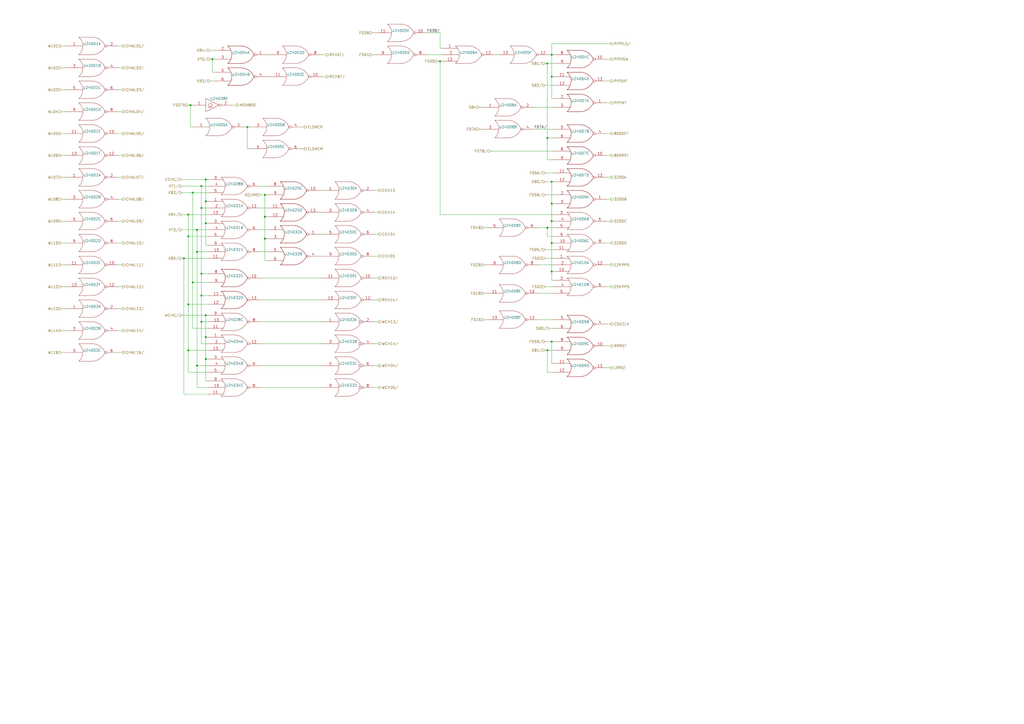
<source format=kicad_sch>
(kicad_sch (version 20211123) (generator eeschema)
  (paper "A2")
  (lib_symbols
    (symbol "agc_kicad_components:74HC02" (pin_names (offset 0.762))
      (property "Reference" "U" (at 0 1.27 0))
      (symbol "74HC02_1_1"
        (arc (start -7.62 -5.08) (mid -5.2708 0) (end -7.62 5.08) (stroke (width 0.2032)))
        (arc (start 0 -5.08) (mid 4.5812 -3.6906) (end 7.62 0) (stroke (width 0.2032)))
        (polyline (pts (xy -7.62 -5.08) (xy 0 -5.08)) (stroke (width 0.2032)))
        (polyline (pts (xy -7.62 5.08) (xy 0 5.08)) (stroke (width 0.2032)))
        (arc (start 7.62 0) (mid 4.5727 3.6819) (end 0 5.08) (stroke (width 0.2032)))
        (pin output inverted (at 15.24 0 180) (length 7.62) (name "~") (number "1"))
        (pin input line (at -15.24 2.54 0) (length 9.398) (name "~") (number "2"))
        (pin input line (at -15.24 -2.54 0) (length 9.398) (name "~") (number "3"))
      )
      (symbol "74HC02_2_1"
        (arc (start -7.62 -5.08) (mid -5.2708 0) (end -7.62 5.08) (stroke (width 0.2032)))
        (arc (start 0 -5.08) (mid 4.5812 -3.6906) (end 7.62 0) (stroke (width 0.2032)))
        (polyline (pts (xy -7.62 -5.08) (xy 0 -5.08)) (stroke (width 0.2032)))
        (polyline (pts (xy -7.62 5.08) (xy 0 5.08)) (stroke (width 0.2032)))
        (arc (start 7.62 0) (mid 4.5727 3.6819) (end 0 5.08) (stroke (width 0.2032)))
        (pin output inverted (at 15.24 0 180) (length 7.62) (name "~") (number "4"))
        (pin input line (at -15.24 2.54 0) (length 9.398) (name "~") (number "5"))
        (pin input line (at -15.24 -2.54 0) (length 9.398) (name "~") (number "6"))
      )
      (symbol "74HC02_3_1"
        (arc (start -7.62 -5.08) (mid -5.2708 0) (end -7.62 5.08) (stroke (width 0.2032)))
        (arc (start 0 -5.08) (mid 4.5812 -3.6906) (end 7.62 0) (stroke (width 0.2032)))
        (polyline (pts (xy -7.62 -5.08) (xy 0 -5.08)) (stroke (width 0.2032)))
        (polyline (pts (xy -7.62 5.08) (xy 0 5.08)) (stroke (width 0.2032)))
        (arc (start 7.62 0) (mid 4.5727 3.6819) (end 0 5.08) (stroke (width 0.2032)))
        (pin output inverted (at 15.24 0 180) (length 7.62) (name "~") (number "10"))
        (pin input line (at -15.24 2.54 0) (length 9.398) (name "~") (number "8"))
        (pin input line (at -15.24 -2.54 0) (length 9.398) (name "~") (number "9"))
      )
      (symbol "74HC02_4_1"
        (arc (start -7.62 -5.08) (mid -5.2708 0) (end -7.62 5.08) (stroke (width 0.2032)))
        (arc (start 0 -5.08) (mid 4.5812 -3.6906) (end 7.62 0) (stroke (width 0.2032)))
        (polyline (pts (xy -7.62 -5.08) (xy 0 -5.08)) (stroke (width 0.2032)))
        (polyline (pts (xy -7.62 5.08) (xy 0 5.08)) (stroke (width 0.2032)))
        (arc (start 7.62 0) (mid 4.5727 3.6819) (end 0 5.08) (stroke (width 0.2032)))
        (pin input line (at -15.24 2.54 0) (length 9.398) (name "~") (number "11"))
        (pin input line (at -15.24 -2.54 0) (length 9.398) (name "~") (number "12"))
        (pin output inverted (at 15.24 0 180) (length 7.62) (name "~") (number "13"))
      )
      (symbol "74HC02_5_0"
        (text "GND" (at 2.54 -3.81 0) (effects (font (size 0.9906 0.9906))))
        (text "VCC" (at 2.54 3.81 0) (effects (font (size 0.9906 0.9906))))
      )
      (symbol "74HC02_5_1"
        (rectangle (start -5.08 2.54) (end 5.08 -2.54))
        (pin power_in line (at 0 6.35 270) (length 3.81) (name "VCC") (number "14"))
        (pin power_in line (at 0 -6.35 90) (length 3.81) (name "GND") (number "7"))
      )
    )
    (symbol "agc_kicad_components:74HC04" (pin_names (offset 0.762))
      (property "Reference" "U" (at 0 1.27 0))
      (symbol "74HC04_1_1"
        (arc (start -7.62 -5.0292) (mid -5.3094 0.0082) (end -7.62 5.0546))
        (arc (start 0 -5.0546) (mid 4.5632 -3.6449) (end 7.5946 0.0508))
        (polyline (pts (xy -7.62 -5.08) (xy 0 -5.08)))
        (polyline (pts (xy -7.62 5.08) (xy 0 5.08)))
        (arc (start 7.62 0) (mid 4.6132 3.6946) (end 0.0508 5.08))
        (pin input line (at -15.24 0 0) (length 9.906) (name "~") (number "1"))
        (pin output inverted (at 15.24 0 180) (length 7.62) (name "~") (number "2"))
      )
      (symbol "74HC04_2_1"
        (arc (start -7.62 -5.0292) (mid -5.3094 0.0082) (end -7.62 5.0546))
        (arc (start 0 -5.0546) (mid 4.5632 -3.6449) (end 7.5946 0.0508))
        (polyline (pts (xy -7.62 -5.08) (xy 0 -5.08)))
        (polyline (pts (xy -7.62 5.08) (xy 0 5.08)))
        (arc (start 7.62 0) (mid 4.6132 3.6946) (end 0.0508 5.08))
        (pin input line (at -15.24 0 0) (length 9.906) (name "~") (number "3"))
        (pin output inverted (at 15.24 0 180) (length 7.62) (name "~") (number "4"))
      )
      (symbol "74HC04_3_1"
        (arc (start -7.62 -5.0292) (mid -5.3094 0.0082) (end -7.62 5.0546))
        (arc (start 0 -5.0546) (mid 4.5632 -3.6449) (end 7.5946 0.0508))
        (polyline (pts (xy -7.62 -5.08) (xy 0 -5.08)))
        (polyline (pts (xy -7.62 5.08) (xy 0 5.08)))
        (arc (start 7.62 0) (mid 4.6132 3.6946) (end 0.0508 5.08))
        (pin input line (at -15.24 0 0) (length 9.906) (name "~") (number "5"))
        (pin output inverted (at 15.24 0 180) (length 7.62) (name "~") (number "6"))
      )
      (symbol "74HC04_4_1"
        (arc (start -7.62 -5.0292) (mid -5.3094 0.0082) (end -7.62 5.0546))
        (arc (start 0 -5.0546) (mid 4.5632 -3.6449) (end 7.5946 0.0508))
        (polyline (pts (xy -7.62 -5.08) (xy 0 -5.08)))
        (polyline (pts (xy -7.62 5.08) (xy 0 5.08)))
        (arc (start 7.62 0) (mid 4.6132 3.6946) (end 0.0508 5.08))
        (pin output inverted (at 15.24 0 180) (length 7.62) (name "~") (number "8"))
        (pin input line (at -15.24 0 0) (length 9.906) (name "~") (number "9"))
      )
      (symbol "74HC04_5_1"
        (arc (start -7.62 -5.0292) (mid -5.3094 0.0082) (end -7.62 5.0546))
        (arc (start 0 -5.0546) (mid 4.5632 -3.6449) (end 7.5946 0.0508))
        (polyline (pts (xy -7.62 -5.08) (xy 0 -5.08)))
        (polyline (pts (xy -7.62 5.08) (xy 0 5.08)))
        (arc (start 7.62 0) (mid 4.6132 3.6946) (end 0.0508 5.08))
        (pin output inverted (at 15.24 0 180) (length 7.62) (name "~") (number "10"))
        (pin input line (at -15.24 0 0) (length 9.906) (name "~") (number "11"))
      )
      (symbol "74HC04_6_1"
        (arc (start -7.62 -5.0292) (mid -5.3094 0.0082) (end -7.62 5.0546))
        (arc (start 0 -5.0546) (mid 4.5632 -3.6449) (end 7.5946 0.0508))
        (polyline (pts (xy -7.62 -5.08) (xy 0 -5.08)))
        (polyline (pts (xy -7.62 5.08) (xy 0 5.08)))
        (arc (start 7.62 0) (mid 4.6132 3.6946) (end 0.0508 5.08))
        (pin output inverted (at 15.24 0 180) (length 7.62) (name "~") (number "12"))
        (pin input line (at -15.24 0 0) (length 9.906) (name "~") (number "13"))
      )
      (symbol "74HC04_7_0"
        (text "GND" (at 2.54 -3.81 0) (effects (font (size 0.9906 0.9906))))
        (text "VCC" (at 2.54 3.81 0) (effects (font (size 0.9906 0.9906))))
      )
      (symbol "74HC04_7_1"
        (rectangle (start -5.08 2.54) (end 5.08 -2.54))
        (pin power_in line (at 0 6.35 270) (length 3.81) (name "VCC") (number "14"))
        (pin power_in line (at 0 -6.35 90) (length 3.81) (name "GND") (number "7"))
      )
    )
    (symbol "agc_kicad_components:74HC27" (pin_names (offset 0.762))
      (property "Reference" "U" (at 0 1.27 0))
      (symbol "74HC27_1_1"
        (arc (start -7.62 -5.0292) (mid -5.3094 0.0082) (end -7.62 5.0546))
        (arc (start 0 -5.0546) (mid 4.5632 -3.6449) (end 7.5946 0.0508))
        (polyline (pts (xy -7.62 -5.08) (xy 0 -5.08)))
        (polyline (pts (xy -7.62 5.08) (xy 0 5.08)))
        (arc (start 7.62 0) (mid 4.6132 3.6946) (end 0.0508 5.08))
        (pin input line (at -15.24 3.81 0) (length 8.763) (name "~") (number "1"))
        (pin output inverted (at 15.24 0 180) (length 7.62) (name "~") (number "12"))
        (pin input line (at -15.24 -3.81 0) (length 8.763) (name "~") (number "13"))
        (pin input line (at -15.24 0 0) (length 9.906) (name "~") (number "2"))
      )
      (symbol "74HC27_2_1"
        (arc (start -7.62 -5.0292) (mid -5.3094 0.0082) (end -7.62 5.0546))
        (arc (start 0 -5.0546) (mid 4.5632 -3.6449) (end 7.5946 0.0508))
        (polyline (pts (xy -7.62 -5.08) (xy 0 -5.08)))
        (polyline (pts (xy -7.62 5.08) (xy 0 5.08)))
        (arc (start 7.62 0) (mid 4.6132 3.6946) (end 0.0508 5.08))
        (pin input line (at -15.24 3.81 0) (length 8.763) (name "~") (number "3"))
        (pin input line (at -15.24 0 0) (length 9.906) (name "~") (number "4"))
        (pin input line (at -15.24 -3.81 0) (length 8.763) (name "~") (number "5"))
        (pin output inverted (at 15.24 0 180) (length 7.62) (name "~") (number "6"))
      )
      (symbol "74HC27_3_1"
        (arc (start -7.62 -5.0292) (mid -5.3094 0.0082) (end -7.62 5.0546))
        (arc (start 0 -5.0546) (mid 4.5632 -3.6449) (end 7.5946 0.0508))
        (polyline (pts (xy -7.62 -5.08) (xy 0 -5.08)))
        (polyline (pts (xy -7.62 5.08) (xy 0 5.08)))
        (arc (start 7.62 0) (mid 4.6132 3.6946) (end 0.0508 5.08))
        (pin input line (at -15.24 0 0) (length 9.906) (name "~") (number "10"))
        (pin input line (at -15.24 -3.81 0) (length 8.763) (name "~") (number "11"))
        (pin output inverted (at 15.24 0 180) (length 7.62) (name "~") (number "8"))
        (pin input line (at -15.24 3.81 0) (length 8.763) (name "~") (number "9"))
      )
      (symbol "74HC27_4_0"
        (text "GND" (at 2.54 -3.81 0) (effects (font (size 0.9906 0.9906))))
        (text "VCC" (at 2.54 3.81 0) (effects (font (size 0.9906 0.9906))))
      )
      (symbol "74HC27_4_1"
        (rectangle (start -5.08 2.54) (end 5.08 -2.54))
        (pin power_in line (at 0 6.35 270) (length 3.81) (name "VCC") (number "14"))
        (pin power_in line (at 0 -6.35 90) (length 3.81) (name "GND") (number "7"))
      )
    )
    (symbol "agc_kicad_components:74LVC06" (pin_names (offset 0.762))
      (property "Reference" "U" (at 0 1.27 0))
      (symbol "74LVC06_1_0"
        (polyline (pts (xy -3.81 3.81) (xy -3.81 -3.81) (xy 3.81 0) (xy -3.81 3.81)))
      )
      (symbol "74LVC06_1_1"
        (polyline (pts (xy -2.54 -1.27) (xy 0 -1.27)))
        (polyline (pts (xy -1.27 1.27) (xy -2.54 0) (xy -1.27 -1.27) (xy 0 0) (xy -1.27 1.27)))
        (pin input line (at -11.43 0 0) (length 7.62) (name "~") (number "1"))
        (pin open_collector inverted (at 11.43 0 180) (length 7.62) (name "~") (number "2"))
      )
      (symbol "74LVC06_2_0"
        (polyline (pts (xy -3.81 3.81) (xy -3.81 -3.81) (xy 3.81 0) (xy -3.81 3.81)))
      )
      (symbol "74LVC06_2_1"
        (polyline (pts (xy -2.54 -1.27) (xy 0 -1.27)))
        (polyline (pts (xy -1.27 1.27) (xy -2.54 0) (xy -1.27 -1.27) (xy 0 0) (xy -1.27 1.27)))
        (pin input line (at -11.43 0 0) (length 7.62) (name "~") (number "3"))
        (pin open_collector inverted (at 11.43 0 180) (length 7.62) (name "~") (number "4"))
      )
      (symbol "74LVC06_3_0"
        (polyline (pts (xy -3.81 3.81) (xy -3.81 -3.81) (xy 3.81 0) (xy -3.81 3.81)))
      )
      (symbol "74LVC06_3_1"
        (polyline (pts (xy -2.54 -1.27) (xy 0 -1.27)))
        (polyline (pts (xy -1.27 1.27) (xy -2.54 0) (xy -1.27 -1.27) (xy 0 0) (xy -1.27 1.27)))
        (pin input line (at -11.43 0 0) (length 7.62) (name "~") (number "5"))
        (pin open_collector inverted (at 11.43 0 180) (length 7.62) (name "~") (number "6"))
      )
      (symbol "74LVC06_4_0"
        (polyline (pts (xy -3.81 3.81) (xy -3.81 -3.81) (xy 3.81 0) (xy -3.81 3.81)))
      )
      (symbol "74LVC06_4_1"
        (polyline (pts (xy -2.54 -1.27) (xy 0 -1.27)))
        (polyline (pts (xy -1.27 1.27) (xy -2.54 0) (xy -1.27 -1.27) (xy 0 0) (xy -1.27 1.27)))
        (pin open_collector inverted (at 11.43 0 180) (length 7.62) (name "~") (number "8"))
        (pin input line (at -11.43 0 0) (length 7.62) (name "~") (number "9"))
      )
      (symbol "74LVC06_5_0"
        (polyline (pts (xy -3.81 3.81) (xy -3.81 -3.81) (xy 3.81 0) (xy -3.81 3.81)))
      )
      (symbol "74LVC06_5_1"
        (polyline (pts (xy -2.54 -1.27) (xy 0 -1.27)))
        (polyline (pts (xy -1.27 1.27) (xy -2.54 0) (xy -1.27 -1.27) (xy 0 0) (xy -1.27 1.27)))
        (pin open_collector inverted (at 11.43 0 180) (length 7.62) (name "~") (number "10"))
        (pin input line (at -11.43 0 0) (length 7.62) (name "~") (number "11"))
      )
      (symbol "74LVC06_6_0"
        (polyline (pts (xy -3.81 3.81) (xy -3.81 -3.81) (xy 3.81 0) (xy -3.81 3.81)))
      )
      (symbol "74LVC06_6_1"
        (polyline (pts (xy -2.54 -1.27) (xy 0 -1.27)))
        (polyline (pts (xy -1.27 1.27) (xy -2.54 0) (xy -1.27 -1.27) (xy 0 0) (xy -1.27 1.27)))
        (pin open_collector inverted (at 11.43 0 180) (length 7.62) (name "~") (number "12"))
        (pin input line (at -11.43 0 0) (length 7.62) (name "~") (number "13"))
      )
      (symbol "74LVC06_7_0"
        (rectangle (start -5.08 2.54) (end 5.08 -2.54))
        (text "GND" (at 2.54 -3.81 0) (effects (font (size 0.9906 0.9906))))
        (text "VCC" (at 2.54 3.81 0) (effects (font (size 0.9906 0.9906))))
      )
      (symbol "74LVC06_7_1"
        (pin power_in line (at 0 6.35 270) (length 3.81) (name "VCC") (number "14"))
        (pin power_in line (at 0 -6.35 90) (length 3.81) (name "GND") (number "7"))
      )
    )
  )
  (junction (at 119.38 104.14))
  (junction (at 116.84 107.95))
  (junction (at 320.04 44.45))
  (junction (at 143.51 73.66))
  (junction (at 114.3 146.05))
  (junction (at 106.68 149.86))
  (junction (at 109.22 176.53))
  (junction (at 123.19 34.29))
  (junction (at 114.3 133.35))
  (junction (at 317.5 203.2))
  (junction (at 320.04 157.48))
  (junction (at 317.5 132.08))
  (junction (at 320.04 31.75))
  (junction (at 119.38 182.88))
  (junction (at 153.67 113.03))
  (junction (at 116.84 158.75))
  (junction (at 320.04 128.27))
  (junction (at 320.04 140.97))
  (junction (at 109.22 124.46))
  (junction (at 111.76 111.76))
  (junction (at 119.38 195.58))
  (junction (at 110.49 60.96))
  (junction (at 116.84 120.65))
  (junction (at 153.67 138.43))
  (junction (at 317.5 80.01))
  (junction (at 114.3 212.09))
  (junction (at 320.04 118.11))
  (junction (at 317.5 36.83))
  (junction (at 109.22 137.16))
  (junction (at 320.04 198.12))
  (junction (at 153.67 125.73))
  (junction (at 119.38 208.28))
  (junction (at 116.84 171.45))
  (junction (at 111.76 163.83))
  (junction (at 116.84 186.69))
  (junction (at 119.38 116.84))
  (junction (at 109.22 203.2))
  (junction (at 119.38 129.54))
  (junction (at 255.27 35.56))
  (junction (at 320.04 105.41))
  (wire (pts (xy 186.69 173.99) (xy 151.13 173.99)))
  (wire (pts (xy 351.79 46.99) (xy 354.33 46.99)))
  (wire (pts (xy 318.77 31.75) (xy 320.04 31.75)))
  (wire (pts (xy 320.04 31.75) (xy 320.04 44.45)))
  (wire (pts (xy 176.53 86.36) (xy 175.26 86.36)))
  (wire (pts (xy 151.13 146.05) (xy 154.94 146.05)))
  (wire (pts (xy 119.38 129.54) (xy 120.65 129.54)))
  (wire (pts (xy 186.69 135.89) (xy 185.42 135.89)))
  (wire (pts (xy 71.12 166.37) (xy 68.58 166.37)))
  (wire (pts (xy 35.56 90.17) (xy 38.1 90.17)))
  (wire (pts (xy 219.71 110.49) (xy 217.17 110.49)))
  (wire (pts (xy 119.38 195.58) (xy 119.38 208.28)))
  (wire (pts (xy 186.69 199.39) (xy 151.13 199.39)))
  (wire (pts (xy 281.94 170.18) (xy 280.67 170.18)))
  (wire (pts (xy 351.79 59.69) (xy 354.33 59.69)))
  (wire (pts (xy 320.04 25.4) (xy 354.33 25.4)))
  (wire (pts (xy 317.5 92.71) (xy 321.31 92.71)))
  (wire (pts (xy 247.65 19.05) (xy 255.27 19.05)))
  (wire (pts (xy 106.68 149.86) (xy 120.65 149.86)))
  (wire (pts (xy 153.67 113.03) (xy 154.94 113.03)))
  (wire (pts (xy 321.31 190.5) (xy 318.77 190.5)))
  (wire (pts (xy 255.27 35.56) (xy 256.54 35.56)))
  (wire (pts (xy 116.84 171.45) (xy 120.65 171.45)))
  (wire (pts (xy 109.22 203.2) (xy 120.65 203.2)))
  (wire (pts (xy 153.67 138.43) (xy 153.67 151.13)))
  (wire (pts (xy 116.84 158.75) (xy 116.84 171.45)))
  (wire (pts (xy 105.41 124.46) (xy 109.22 124.46)))
  (wire (pts (xy 105.41 111.76) (xy 111.76 111.76)))
  (wire (pts (xy 35.56 26.67) (xy 38.1 26.67)))
  (wire (pts (xy 281.94 185.42) (xy 280.67 185.42)))
  (wire (pts (xy 111.76 163.83) (xy 111.76 190.5)))
  (wire (pts (xy 351.79 166.37) (xy 354.33 166.37)))
  (wire (pts (xy 217.17 199.39) (xy 219.71 199.39)))
  (wire (pts (xy 215.9 19.05) (xy 217.17 19.05)))
  (wire (pts (xy 186.69 224.79) (xy 151.13 224.79)))
  (wire (pts (xy 153.67 125.73) (xy 153.67 138.43)))
  (wire (pts (xy 320.04 44.45) (xy 321.31 44.45)))
  (wire (pts (xy 109.22 176.53) (xy 120.65 176.53)))
  (wire (pts (xy 143.51 86.36) (xy 144.78 86.36)))
  (wire (pts (xy 320.04 105.41) (xy 320.04 118.11)))
  (wire (pts (xy 321.31 166.37) (xy 316.23 166.37)))
  (wire (pts (xy 279.4 62.23) (xy 278.13 62.23)))
  (wire (pts (xy 71.12 179.07) (xy 68.58 179.07)))
  (wire (pts (xy 312.42 170.18) (xy 321.31 170.18)))
  (wire (pts (xy 110.49 73.66) (xy 111.76 73.66)))
  (wire (pts (xy 111.76 111.76) (xy 111.76 163.83)))
  (wire (pts (xy 109.22 137.16) (xy 120.65 137.16)))
  (wire (pts (xy 217.17 212.09) (xy 219.71 212.09)))
  (wire (pts (xy 316.23 105.41) (xy 320.04 105.41)))
  (wire (pts (xy 143.51 86.36) (xy 143.51 73.66)))
  (wire (pts (xy 116.84 107.95) (xy 116.84 120.65)))
  (wire (pts (xy 317.5 137.16) (xy 317.5 132.08)))
  (wire (pts (xy 321.31 113.03) (xy 316.23 113.03)))
  (wire (pts (xy 320.04 157.48) (xy 321.31 157.48)))
  (wire (pts (xy 351.79 102.87) (xy 354.33 102.87)))
  (wire (pts (xy 71.12 52.07) (xy 68.58 52.07)))
  (wire (pts (xy 35.56 115.57) (xy 38.1 115.57)))
  (wire (pts (xy 105.41 133.35) (xy 114.3 133.35)))
  (wire (pts (xy 71.12 26.67) (xy 68.58 26.67)))
  (wire (pts (xy 151.13 120.65) (xy 154.94 120.65)))
  (wire (pts (xy 320.04 198.12) (xy 320.04 210.82)))
  (wire (pts (xy 320.04 118.11) (xy 321.31 118.11)))
  (wire (pts (xy 119.38 129.54) (xy 119.38 142.24)))
  (wire (pts (xy 255.27 27.94) (xy 256.54 27.94)))
  (wire (pts (xy 71.12 191.77) (xy 68.58 191.77)))
  (wire (pts (xy 116.84 186.69) (xy 120.65 186.69)))
  (wire (pts (xy 281.94 132.08) (xy 280.67 132.08)))
  (wire (pts (xy 143.51 73.66) (xy 144.78 73.66)))
  (wire (pts (xy 71.12 102.87) (xy 68.58 102.87)))
  (wire (pts (xy 106.68 228.6) (xy 120.65 228.6)))
  (wire (pts (xy 320.04 157.48) (xy 320.04 162.56)))
  (wire (pts (xy 71.12 140.97) (xy 68.58 140.97)))
  (wire (pts (xy 151.13 113.03) (xy 153.67 113.03)))
  (wire (pts (xy 35.56 77.47) (xy 38.1 77.47)))
  (wire (pts (xy 71.12 204.47) (xy 68.58 204.47)))
  (wire (pts (xy 35.56 64.77) (xy 38.1 64.77)))
  (wire (pts (xy 321.31 144.78) (xy 316.23 144.78)))
  (wire (pts (xy 351.79 140.97) (xy 354.33 140.97)))
  (wire (pts (xy 109.22 124.46) (xy 109.22 137.16)))
  (wire (pts (xy 109.22 124.46) (xy 120.65 124.46)))
  (wire (pts (xy 119.38 220.98) (xy 120.65 220.98)))
  (wire (pts (xy 176.53 73.66) (xy 175.26 73.66)))
  (wire (pts (xy 124.46 29.21) (xy 121.92 29.21)))
  (wire (pts (xy 109.22 176.53) (xy 109.22 203.2)))
  (wire (pts (xy 255.27 124.46) (xy 321.31 124.46)))
  (wire (pts (xy 105.41 104.14) (xy 119.38 104.14)))
  (wire (pts (xy 105.41 149.86) (xy 106.68 149.86)))
  (wire (pts (xy 35.56 140.97) (xy 38.1 140.97)))
  (wire (pts (xy 35.56 179.07) (xy 38.1 179.07)))
  (wire (pts (xy 154.94 31.75) (xy 156.21 31.75)))
  (wire (pts (xy 109.22 203.2) (xy 109.22 215.9)))
  (wire (pts (xy 119.38 104.14) (xy 120.65 104.14)))
  (wire (pts (xy 312.42 185.42) (xy 321.31 185.42)))
  (wire (pts (xy 219.71 135.89) (xy 217.17 135.89)))
  (wire (pts (xy 71.12 153.67) (xy 68.58 153.67)))
  (wire (pts (xy 35.56 166.37) (xy 38.1 166.37)))
  (wire (pts (xy 317.5 215.9) (xy 321.31 215.9)))
  (wire (pts (xy 142.24 73.66) (xy 143.51 73.66)))
  (wire (pts (xy 219.71 148.59) (xy 217.17 148.59)))
  (wire (pts (xy 309.88 74.93) (xy 321.31 74.93)))
  (wire (pts (xy 279.4 74.93) (xy 278.13 74.93)))
  (wire (pts (xy 317.5 203.2) (xy 317.5 215.9)))
  (wire (pts (xy 321.31 49.53) (xy 316.23 49.53)))
  (wire (pts (xy 154.94 44.45) (xy 156.21 44.45)))
  (wire (pts (xy 351.79 153.67) (xy 354.33 153.67)))
  (wire (pts (xy 351.79 115.57) (xy 354.33 115.57)))
  (wire (pts (xy 317.5 36.83) (xy 321.31 36.83)))
  (wire (pts (xy 351.79 200.66) (xy 354.33 200.66)))
  (wire (pts (xy 317.5 203.2) (xy 321.31 203.2)))
  (wire (pts (xy 110.49 60.96) (xy 111.76 60.96)))
  (wire (pts (xy 316.23 203.2) (xy 317.5 203.2)))
  (wire (pts (xy 119.38 116.84) (xy 120.65 116.84)))
  (wire (pts (xy 189.23 44.45) (xy 186.69 44.45)))
  (wire (pts (xy 320.04 140.97) (xy 320.04 157.48)))
  (wire (pts (xy 317.5 80.01) (xy 317.5 92.71)))
  (wire (pts (xy 186.69 212.09) (xy 151.13 212.09)))
  (wire (pts (xy 116.84 107.95) (xy 120.65 107.95)))
  (wire (pts (xy 119.38 104.14) (xy 119.38 116.84)))
  (wire (pts (xy 109.22 60.96) (xy 110.49 60.96)))
  (wire (pts (xy 316.23 36.83) (xy 317.5 36.83)))
  (wire (pts (xy 71.12 77.47) (xy 68.58 77.47)))
  (wire (pts (xy 154.94 125.73) (xy 153.67 125.73)))
  (wire (pts (xy 287.02 31.75) (xy 288.29 31.75)))
  (wire (pts (xy 151.13 133.35) (xy 154.94 133.35)))
  (wire (pts (xy 124.46 46.99) (xy 121.92 46.99)))
  (wire (pts (xy 153.67 138.43) (xy 154.94 138.43)))
  (wire (pts (xy 111.76 111.76) (xy 120.65 111.76)))
  (wire (pts (xy 320.04 31.75) (xy 321.31 31.75)))
  (wire (pts (xy 153.67 151.13) (xy 154.94 151.13)))
  (wire (pts (xy 114.3 224.79) (xy 120.65 224.79)))
  (wire (pts (xy 320.04 128.27) (xy 321.31 128.27)))
  (wire (pts (xy 114.3 133.35) (xy 114.3 146.05)))
  (wire (pts (xy 321.31 100.33) (xy 316.23 100.33)))
  (wire (pts (xy 320.04 105.41) (xy 321.31 105.41)))
  (wire (pts (xy 321.31 87.63) (xy 284.48 87.63)))
  (wire (pts (xy 119.38 208.28) (xy 119.38 220.98)))
  (wire (pts (xy 215.9 31.75) (xy 217.17 31.75)))
  (wire (pts (xy 351.79 187.96) (xy 354.33 187.96)))
  (wire (pts (xy 189.23 31.75) (xy 186.69 31.75)))
  (wire (pts (xy 351.79 34.29) (xy 354.33 34.29)))
  (wire (pts (xy 114.3 146.05) (xy 114.3 212.09)))
  (wire (pts (xy 71.12 39.37) (xy 68.58 39.37)))
  (wire (pts (xy 217.17 224.79) (xy 219.71 224.79)))
  (wire (pts (xy 35.56 191.77) (xy 38.1 191.77)))
  (wire (pts (xy 320.04 210.82) (xy 321.31 210.82)))
  (wire (pts (xy 137.16 60.96) (xy 134.62 60.96)))
  (wire (pts (xy 351.79 77.47) (xy 354.33 77.47)))
  (wire (pts (xy 116.84 120.65) (xy 116.84 158.75)))
  (wire (pts (xy 321.31 137.16) (xy 317.5 137.16)))
  (wire (pts (xy 217.17 186.69) (xy 219.71 186.69)))
  (wire (pts (xy 111.76 163.83) (xy 120.65 163.83)))
  (wire (pts (xy 351.79 213.36) (xy 354.33 213.36)))
  (wire (pts (xy 109.22 137.16) (xy 109.22 176.53)))
  (wire (pts (xy 114.3 212.09) (xy 114.3 224.79)))
  (wire (pts (xy 71.12 115.57) (xy 68.58 115.57)))
  (wire (pts (xy 114.3 212.09) (xy 120.65 212.09)))
  (wire (pts (xy 320.04 118.11) (xy 320.04 128.27)))
  (wire (pts (xy 320.04 140.97) (xy 321.31 140.97)))
  (wire (pts (xy 35.56 52.07) (xy 38.1 52.07)))
  (wire (pts (xy 35.56 128.27) (xy 38.1 128.27)))
  (wire (pts (xy 317.5 36.83) (xy 317.5 80.01)))
  (wire (pts (xy 71.12 90.17) (xy 68.58 90.17)))
  (wire (pts (xy 247.65 31.75) (xy 256.54 31.75)))
  (wire (pts (xy 35.56 102.87) (xy 38.1 102.87)))
  (wire (pts (xy 153.67 113.03) (xy 153.67 125.73)))
  (wire (pts (xy 320.04 57.15) (xy 321.31 57.15)))
  (wire (pts (xy 320.04 128.27) (xy 320.04 140.97)))
  (wire (pts (xy 119.38 116.84) (xy 119.38 129.54)))
  (wire (pts (xy 119.38 182.88) (xy 119.38 195.58)))
  (wire (pts (xy 312.42 132.08) (xy 317.5 132.08)))
  (wire (pts (xy 317.5 132.08) (xy 321.31 132.08)))
  (wire (pts (xy 114.3 146.05) (xy 120.65 146.05)))
  (wire (pts (xy 123.19 34.29) (xy 123.19 41.91)))
  (wire (pts (xy 119.38 208.28) (xy 120.65 208.28)))
  (wire (pts (xy 321.31 149.86) (xy 316.23 149.86)))
  (wire (pts (xy 312.42 153.67) (xy 321.31 153.67)))
  (wire (pts (xy 255.27 19.05) (xy 255.27 27.94)))
  (wire (pts (xy 35.56 39.37) (xy 38.1 39.37)))
  (wire (pts (xy 119.38 142.24) (xy 120.65 142.24)))
  (wire (pts (xy 109.22 215.9) (xy 120.65 215.9)))
  (wire (pts (xy 119.38 195.58) (xy 120.65 195.58)))
  (wire (pts (xy 71.12 64.77) (xy 68.58 64.77)))
  (wire (pts (xy 255.27 35.56) (xy 255.27 124.46)))
  (wire (pts (xy 111.76 190.5) (xy 120.65 190.5)))
  (wire (pts (xy 217.17 173.99) (xy 219.71 173.99)))
  (wire (pts (xy 35.56 153.67) (xy 38.1 153.67)))
  (wire (pts (xy 186.69 110.49) (xy 185.42 110.49)))
  (wire (pts (xy 320.04 44.45) (xy 320.04 57.15)))
  (wire (pts (xy 105.41 182.88) (xy 119.38 182.88)))
  (wire (pts (xy 320.04 198.12) (xy 321.31 198.12)))
  (wire (pts (xy 320.04 25.4) (xy 320.04 31.75)))
  (wire (pts (xy 105.41 107.95) (xy 116.84 107.95)))
  (wire (pts (xy 351.79 90.17) (xy 354.33 90.17)))
  (wire (pts (xy 317.5 80.01) (xy 321.31 80.01)))
  (wire (pts (xy 121.92 34.29) (xy 123.19 34.29)))
  (wire (pts (xy 219.71 123.19) (xy 217.17 123.19)))
  (wire (pts (xy 123.19 41.91) (xy 124.46 41.91)))
  (wire (pts (xy 151.13 107.95) (xy 154.94 107.95)))
  (wire (pts (xy 254 35.56) (xy 255.27 35.56)))
  (wire (pts (xy 186.69 186.69) (xy 151.13 186.69)))
  (wire (pts (xy 123.19 34.29) (xy 124.46 34.29)))
  (wire (pts (xy 116.84 158.75) (xy 120.65 158.75)))
  (wire (pts (xy 309.88 62.23) (xy 321.31 62.23)))
  (wire (pts (xy 281.94 153.67) (xy 280.67 153.67)))
  (wire (pts (xy 106.68 149.86) (xy 106.68 228.6)))
  (wire (pts (xy 186.69 148.59) (xy 185.42 148.59)))
  (wire (pts (xy 116.84 171.45) (xy 116.84 186.69)))
  (wire (pts (xy 320.04 162.56) (xy 321.31 162.56)))
  (wire (pts (xy 217.17 161.29) (xy 219.71 161.29)))
  (wire (pts (xy 35.56 204.47) (xy 38.1 204.47)))
  (wire (pts (xy 71.12 128.27) (xy 68.58 128.27)))
  (wire (pts (xy 114.3 133.35) (xy 120.65 133.35)))
  (wire (pts (xy 119.38 182.88) (xy 120.65 182.88)))
  (wire (pts (xy 186.69 161.29) (xy 151.13 161.29)))
  (wire (pts (xy 116.84 120.65) (xy 120.65 120.65)))
  (wire (pts (xy 116.84 199.39) (xy 120.65 199.39)))
  (wire (pts (xy 116.84 186.69) (xy 116.84 199.39)))
  (wire (pts (xy 186.69 123.19) (xy 185.42 123.19)))
  (wire (pts (xy 110.49 60.96) (xy 110.49 73.66)))
  (wire (pts (xy 316.23 198.12) (xy 320.04 198.12)))
  (wire (pts (xy 351.79 128.27) (xy 354.33 128.27)))
  (label "F03B/" (at 247.65 19.05 0) (effects (font (size 1.524 1.524))))
  (label "F07A/" (at 309.88 74.93 0) (effects (font (size 1.524 1.524))))
  (hierarchical_label "WL07" (shape input) (at 35.56 102.87 180) (effects (font (size 1.524 1.524))))
  (hierarchical_label "F02B" (shape input) (at 280.67 153.67 180) (effects (font (size 1.524 1.524))))
  (hierarchical_label "RRRST" (shape output) (at 354.33 200.66 0) (effects (font (size 1.524 1.524))))
  (hierarchical_label "F05A/" (shape input) (at 316.23 100.33 180) (effects (font (size 1.524 1.524))))
  (hierarchical_label "CHWL16/" (shape output) (at 71.12 204.47 0) (effects (font (size 1.524 1.524))))
  (hierarchical_label "3200C" (shape output) (at 354.33 128.27 0) (effects (font (size 1.524 1.524))))
  (hierarchical_label "WCH14/" (shape output) (at 219.71 199.39 0) (effects (font (size 1.524 1.524))))
  (hierarchical_label "CHWL13/" (shape output) (at 71.12 179.07 0) (effects (font (size 1.524 1.524))))
  (hierarchical_label "XB3/" (shape input) (at 105.41 111.76 180) (effects (font (size 1.524 1.524))))
  (hierarchical_label "WCH35/" (shape output) (at 219.71 224.79 0) (effects (font (size 1.524 1.524))))
  (hierarchical_label "800SET" (shape output) (at 354.33 77.47 0) (effects (font (size 1.524 1.524))))
  (hierarchical_label "CCHG/" (shape input) (at 105.41 104.14 180) (effects (font (size 1.524 1.524))))
  (hierarchical_label "WCHG/" (shape input) (at 105.41 182.88 180) (effects (font (size 1.524 1.524))))
  (hierarchical_label "CHWL02/" (shape output) (at 71.12 39.37 0) (effects (font (size 1.524 1.524))))
  (hierarchical_label "CDUCLK" (shape output) (at 354.33 187.96 0) (effects (font (size 1.524 1.524))))
  (hierarchical_label "WL13" (shape input) (at 35.56 179.07 180) (effects (font (size 1.524 1.524))))
  (hierarchical_label "WL09" (shape input) (at 35.56 128.27 180) (effects (font (size 1.524 1.524))))
  (hierarchical_label "WL04" (shape input) (at 35.56 64.77 180) (effects (font (size 1.524 1.524))))
  (hierarchical_label "FS05" (shape input) (at 254 35.56 180) (effects (font (size 1.524 1.524))))
  (hierarchical_label "F04B" (shape input) (at 280.67 132.08 180) (effects (font (size 1.524 1.524))))
  (hierarchical_label "SB4" (shape input) (at 278.13 62.23 180) (effects (font (size 1.524 1.524))))
  (hierarchical_label "XB3/" (shape input) (at 121.92 46.99 180) (effects (font (size 1.524 1.524))))
  (hierarchical_label "800RST" (shape output) (at 354.33 90.17 0) (effects (font (size 1.524 1.524))))
  (hierarchical_label "WL02" (shape input) (at 35.56 39.37 180) (effects (font (size 1.524 1.524))))
  (hierarchical_label "GOJAM" (shape input) (at 151.13 113.03 180) (effects (font (size 1.524 1.524))))
  (hierarchical_label "XB5/" (shape input) (at 105.41 149.86 180) (effects (font (size 1.524 1.524))))
  (hierarchical_label "WL08" (shape input) (at 35.56 115.57 180) (effects (font (size 1.524 1.524))))
  (hierarchical_label "RCH13/" (shape output) (at 219.71 161.29 0) (effects (font (size 1.524 1.524))))
  (hierarchical_label "CCH35" (shape output) (at 219.71 148.59 0) (effects (font (size 1.524 1.524))))
  (hierarchical_label "25KPPS" (shape output) (at 354.33 166.37 0) (effects (font (size 1.524 1.524))))
  (hierarchical_label "XT3/" (shape input) (at 105.41 133.35 180) (effects (font (size 1.524 1.524))))
  (hierarchical_label "RCH14/" (shape output) (at 219.71 173.99 0) (effects (font (size 1.524 1.524))))
  (hierarchical_label "CCH34" (shape output) (at 219.71 135.89 0) (effects (font (size 1.524 1.524))))
  (hierarchical_label "MON800" (shape output) (at 137.16 60.96 0) (effects (font (size 1.524 1.524))))
  (hierarchical_label "3200A" (shape output) (at 354.33 102.87 0) (effects (font (size 1.524 1.524))))
  (hierarchical_label "SB1/" (shape input) (at 316.23 203.2 180) (effects (font (size 1.524 1.524))))
  (hierarchical_label "WL03" (shape input) (at 35.56 52.07 180) (effects (font (size 1.524 1.524))))
  (hierarchical_label "3200B" (shape output) (at 354.33 115.57 0) (effects (font (size 1.524 1.524))))
  (hierarchical_label "XT0/" (shape input) (at 121.92 34.29 180) (effects (font (size 1.524 1.524))))
  (hierarchical_label "SB1/" (shape input) (at 316.23 36.83 180) (effects (font (size 1.524 1.524))))
  (hierarchical_label "FS07A" (shape input) (at 109.22 60.96 180) (effects (font (size 1.524 1.524))))
  (hierarchical_label "CHWL04/" (shape output) (at 71.12 64.77 0) (effects (font (size 1.524 1.524))))
  (hierarchical_label "XT1/" (shape input) (at 105.41 107.95 180) (effects (font (size 1.524 1.524))))
  (hierarchical_label "PIPASW" (shape output) (at 354.33 34.29 0) (effects (font (size 1.524 1.524))))
  (hierarchical_label "PIPINT" (shape output) (at 354.33 59.69 0) (effects (font (size 1.524 1.524))))
  (hierarchical_label "ELSNCM" (shape output) (at 176.53 86.36 0) (effects (font (size 1.524 1.524))))
  (hierarchical_label "WCH34/" (shape output) (at 219.71 212.09 0) (effects (font (size 1.524 1.524))))
  (hierarchical_label "CHWL11/" (shape output) (at 71.12 153.67 0) (effects (font (size 1.524 1.524))))
  (hierarchical_label "WL01" (shape input) (at 35.56 26.67 180) (effects (font (size 1.524 1.524))))
  (hierarchical_label "ELSNCN" (shape output) (at 176.53 73.66 0) (effects (font (size 1.524 1.524))))
  (hierarchical_label "F01A" (shape input) (at 280.67 185.42 180) (effects (font (size 1.524 1.524))))
  (hierarchical_label "F05B/" (shape input) (at 316.23 198.12 180) (effects (font (size 1.524 1.524))))
  (hierarchical_label "WL14" (shape input) (at 35.56 191.77 180) (effects (font (size 1.524 1.524))))
  (hierarchical_label "LRRST" (shape output) (at 354.33 213.36 0) (effects (font (size 1.524 1.524))))
  (hierarchical_label "PIPPLS/" (shape output) (at 354.33 25.4 0) (effects (font (size 1.524 1.524))))
  (hierarchical_label "WL11" (shape input) (at 35.56 153.67 180) (effects (font (size 1.524 1.524))))
  (hierarchical_label "CHWL05/" (shape output) (at 71.12 77.47 0) (effects (font (size 1.524 1.524))))
  (hierarchical_label "RCHBT/" (shape output) (at 189.23 44.45 0) (effects (font (size 1.524 1.524))))
  (hierarchical_label "F07B/" (shape input) (at 284.48 87.63 180) (effects (font (size 1.524 1.524))))
  (hierarchical_label "CHWL14/" (shape output) (at 71.12 191.77 0) (effects (font (size 1.524 1.524))))
  (hierarchical_label "CHWL10/" (shape output) (at 71.12 140.97 0) (effects (font (size 1.524 1.524))))
  (hierarchical_label "WL05" (shape input) (at 35.56 77.47 180) (effects (font (size 1.524 1.524))))
  (hierarchical_label "CCH14" (shape output) (at 219.71 123.19 0) (effects (font (size 1.524 1.524))))
  (hierarchical_label "CHWL08/" (shape output) (at 71.12 115.57 0) (effects (font (size 1.524 1.524))))
  (hierarchical_label "CHWL06/" (shape output) (at 71.12 90.17 0) (effects (font (size 1.524 1.524))))
  (hierarchical_label "WL06" (shape input) (at 35.56 90.17 180) (effects (font (size 1.524 1.524))))
  (hierarchical_label "SB0/" (shape input) (at 318.77 190.5 180) (effects (font (size 1.524 1.524))))
  (hierarchical_label "CHWL01/" (shape output) (at 71.12 26.67 0) (effects (font (size 1.524 1.524))))
  (hierarchical_label "CCH13" (shape output) (at 219.71 110.49 0) (effects (font (size 1.524 1.524))))
  (hierarchical_label "CHWL03/" (shape output) (at 71.12 52.07 0) (effects (font (size 1.524 1.524))))
  (hierarchical_label "WL10" (shape input) (at 35.56 140.97 180) (effects (font (size 1.524 1.524))))
  (hierarchical_label "XB4/" (shape input) (at 105.41 124.46 180) (effects (font (size 1.524 1.524))))
  (hierarchical_label "F07A" (shape input) (at 278.13 74.93 180) (effects (font (size 1.524 1.524))))
  (hierarchical_label "3200D" (shape output) (at 354.33 140.97 0) (effects (font (size 1.524 1.524))))
  (hierarchical_label "SB0/" (shape input) (at 316.23 105.41 180) (effects (font (size 1.524 1.524))))
  (hierarchical_label "12KPPS" (shape output) (at 354.33 153.67 0) (effects (font (size 1.524 1.524))))
  (hierarchical_label "RCHAT/" (shape output) (at 189.23 31.75 0) (effects (font (size 1.524 1.524))))
  (hierarchical_label "WL12" (shape input) (at 35.56 166.37 180) (effects (font (size 1.524 1.524))))
  (hierarchical_label "F05B/" (shape input) (at 316.23 113.03 180) (effects (font (size 1.524 1.524))))
  (hierarchical_label "WCH13/" (shape output) (at 219.71 186.69 0) (effects (font (size 1.524 1.524))))
  (hierarchical_label "CHWL09/" (shape output) (at 71.12 128.27 0) (effects (font (size 1.524 1.524))))
  (hierarchical_label "PIPDAT" (shape output) (at 354.33 46.99 0) (effects (font (size 1.524 1.524))))
  (hierarchical_label "FS04" (shape input) (at 215.9 31.75 180) (effects (font (size 1.524 1.524))))
  (hierarchical_label "F01B" (shape input) (at 280.67 170.18 180) (effects (font (size 1.524 1.524))))
  (hierarchical_label "XB4/" (shape input) (at 121.92 29.21 180) (effects (font (size 1.524 1.524))))
  (hierarchical_label "FS05/" (shape input) (at 316.23 144.78 180) (effects (font (size 1.524 1.524))))
  (hierarchical_label "FS02" (shape input) (at 316.23 166.37 180) (effects (font (size 1.524 1.524))))
  (hierarchical_label "FS03" (shape input) (at 316.23 149.86 180) (effects (font (size 1.524 1.524))))
  (hierarchical_label "CHWL07/" (shape output) (at 71.12 102.87 0) (effects (font (size 1.524 1.524))))
  (hierarchical_label "WL16" (shape input) (at 35.56 204.47 180) (effects (font (size 1.524 1.524))))
  (hierarchical_label "F03B" (shape input) (at 215.9 19.05 180) (effects (font (size 1.524 1.524))))
  (hierarchical_label "SB2/" (shape input) (at 316.23 49.53 180) (effects (font (size 1.524 1.524))))
  (hierarchical_label "CHWL12/" (shape output) (at 71.12 166.37 0) (effects (font (size 1.524 1.524))))
  (symbol (lib_id "agc_kicad_components:74HC04") (at 53.34 26.67 0) (unit 1)
    (property "Reference" "U24001" (at 53.34 25.4 0) (effects (font (size 1.524 1.524))))
  )
  (symbol (lib_id "agc_kicad_components:74HC04") (at 53.34 39.37 0) (unit 2)
    (property "Reference" "U42001" (at 53.34 38.1 0) (effects (font (size 1.524 1.524))))
  )
  (symbol (lib_id "agc_kicad_components:74HC04") (at 53.34 52.07 0) (unit 3)
    (property "Reference" "U24001" (at 53.34 50.8 0) (effects (font (size 1.524 1.524))))
  )
  (symbol (lib_id "agc_kicad_components:74HC04") (at 53.34 64.77 0) (unit 4)
    (property "Reference" "U24001" (at 53.34 63.5 0) (effects (font (size 1.524 1.524))))
  )
  (symbol (lib_id "agc_kicad_components:74HC04") (at 53.34 77.47 0) (unit 5)
    (property "Reference" "U24001" (at 53.34 76.2 0) (effects (font (size 1.524 1.524))))
  )
  (symbol (lib_id "agc_kicad_components:74HC04") (at 53.34 90.17 0) (unit 6)
    (property "Reference" "U24001" (at 53.34 88.9 0) (effects (font (size 1.524 1.524))))
  )
  (symbol (lib_id "agc_kicad_components:74HC04") (at 53.34 102.87 0) (unit 1)
    (property "Reference" "U24002" (at 53.34 101.6 0) (effects (font (size 1.524 1.524))))
  )
  (symbol (lib_id "agc_kicad_components:74HC04") (at 53.34 115.57 0) (unit 2)
    (property "Reference" "U24002" (at 53.34 114.3 0) (effects (font (size 1.524 1.524))))
  )
  (symbol (lib_id "agc_kicad_components:74HC04") (at 53.34 128.27 0) (unit 3)
    (property "Reference" "U24002" (at 53.34 127 0) (effects (font (size 1.524 1.524))))
  )
  (symbol (lib_id "agc_kicad_components:74HC04") (at 53.34 140.97 0) (unit 4)
    (property "Reference" "U24002" (at 53.34 139.7 0) (effects (font (size 1.524 1.524))))
  )
  (symbol (lib_id "agc_kicad_components:74HC04") (at 53.34 153.67 0) (unit 5)
    (property "Reference" "U24002" (at 53.34 152.4 0) (effects (font (size 1.524 1.524))))
  )
  (symbol (lib_id "agc_kicad_components:74HC04") (at 53.34 166.37 0) (unit 6)
    (property "Reference" "U24002" (at 53.34 165.1 0) (effects (font (size 1.524 1.524))))
  )
  (symbol (lib_id "agc_kicad_components:74HC04") (at 53.34 179.07 0) (unit 1)
    (property "Reference" "U24003" (at 53.34 177.8 0) (effects (font (size 1.524 1.524))))
  )
  (symbol (lib_id "agc_kicad_components:74HC04") (at 53.34 191.77 0) (unit 2)
    (property "Reference" "U24003" (at 53.34 190.5 0) (effects (font (size 1.524 1.524))))
  )
  (symbol (lib_id "agc_kicad_components:74HC04") (at 53.34 204.47 0) (unit 3)
    (property "Reference" "U24003" (at 53.34 203.2 0) (effects (font (size 1.524 1.524))))
  )
  (symbol (lib_id "agc_kicad_components:74HC02") (at 139.7 31.75 0) (unit 1)
    (property "Reference" "U24004" (at 139.7 30.48 0) (effects (font (size 1.524 1.524))))
  )
  (symbol (lib_id "agc_kicad_components:74HC02") (at 139.7 44.45 0) (unit 2)
    (property "Reference" "U24004" (at 139.7 43.18 0) (effects (font (size 1.524 1.524))))
  )
  (symbol (lib_id "agc_kicad_components:74HC04") (at 171.45 31.75 0) (unit 4)
    (property "Reference" "U24003" (at 171.45 30.48 0) (effects (font (size 1.524 1.524))))
  )
  (symbol (lib_id "agc_kicad_components:74HC04") (at 171.45 44.45 0) (unit 5)
    (property "Reference" "U24003" (at 171.45 43.18 0) (effects (font (size 1.524 1.524))))
  )
  (symbol (lib_id "agc_kicad_components:74HC04") (at 127 73.66 0) (unit 1)
    (property "Reference" "U24005" (at 127 72.39 0) (effects (font (size 1.524 1.524))))
  )
  (symbol (lib_id "agc_kicad_components:74HC04") (at 160.02 73.66 0) (unit 2)
    (property "Reference" "U24005" (at 160.02 72.39 0) (effects (font (size 1.524 1.524))))
  )
  (symbol (lib_id "agc_kicad_components:74HC04") (at 160.02 86.36 0) (unit 3)
    (property "Reference" "U24005" (at 160.02 85.09 0) (effects (font (size 1.524 1.524))))
  )
  (symbol (lib_id "agc_kicad_components:74HC04") (at 232.41 31.75 0) (unit 4)
    (property "Reference" "U24005" (at 232.41 30.48 0) (effects (font (size 1.524 1.524))))
  )
  (symbol (lib_id "agc_kicad_components:74HC04") (at 232.41 19.05 0) (unit 5)
    (property "Reference" "U24005" (at 232.41 17.78 0) (effects (font (size 1.524 1.524))))
  )
  (symbol (lib_id "agc_kicad_components:74HC27") (at 271.78 31.75 0) (unit 1)
    (property "Reference" "U24006" (at 271.78 30.48 0) (effects (font (size 1.524 1.524))))
  )
  (symbol (lib_id "agc_kicad_components:74HC04") (at 303.53 31.75 0) (unit 6)
    (property "Reference" "U24005" (at 303.53 30.48 0) (effects (font (size 1.524 1.524))))
  )
  (symbol (lib_id "agc_kicad_components:74HC02") (at 336.55 34.29 0) (unit 3)
    (property "Reference" "U24004" (at 336.55 33.02 0) (effects (font (size 1.524 1.524))))
  )
  (symbol (lib_id "agc_kicad_components:74HC02") (at 336.55 46.99 0) (unit 4)
    (property "Reference" "U24004" (at 336.55 45.72 0) (effects (font (size 1.524 1.524))))
  )
  (symbol (lib_id "agc_kicad_components:74HC02") (at 336.55 59.69 0) (unit 1)
    (property "Reference" "U24007" (at 336.55 58.42 0) (effects (font (size 1.524 1.524))))
  )
  (symbol (lib_id "agc_kicad_components:74HC04") (at 294.64 62.23 0) (unit 1)
    (property "Reference" "U24008" (at 294.64 60.96 0) (effects (font (size 1.524 1.524))))
  )
  (symbol (lib_id "agc_kicad_components:74HC02") (at 336.55 77.47 0) (unit 2)
    (property "Reference" "U24007" (at 336.55 76.2 0) (effects (font (size 1.524 1.524))))
  )
  (symbol (lib_id "agc_kicad_components:74HC04") (at 294.64 74.93 0) (unit 2)
    (property "Reference" "U24008" (at 294.64 73.66 0) (effects (font (size 1.524 1.524))))
  )
  (symbol (lib_id "agc_kicad_components:74HC02") (at 336.55 90.17 0) (unit 3)
    (property "Reference" "U24007" (at 336.55 88.9 0) (effects (font (size 1.524 1.524))))
  )
  (symbol (lib_id "agc_kicad_components:74HC02") (at 336.55 102.87 0) (unit 4)
    (property "Reference" "U24007" (at 336.55 101.6 0) (effects (font (size 1.524 1.524))))
  )
  (symbol (lib_id "agc_kicad_components:74HC02") (at 336.55 115.57 0) (unit 1)
    (property "Reference" "U24009" (at 336.55 114.3 0) (effects (font (size 1.524 1.524))))
  )
  (symbol (lib_id "agc_kicad_components:74HC27") (at 336.55 128.27 0) (unit 2)
    (property "Reference" "U24006" (at 336.55 127 0) (effects (font (size 1.524 1.524))))
  )
  (symbol (lib_id "agc_kicad_components:74HC04") (at 297.18 132.08 0) (unit 3)
    (property "Reference" "U24008" (at 297.18 130.81 0) (effects (font (size 1.524 1.524))))
  )
  (symbol (lib_id "agc_kicad_components:74HC27") (at 336.55 140.97 0) (unit 3)
    (property "Reference" "U24006" (at 336.55 139.7 0) (effects (font (size 1.524 1.524))))
  )
  (symbol (lib_id "agc_kicad_components:74HC27") (at 336.55 153.67 0) (unit 1)
    (property "Reference" "U24010" (at 336.55 152.4 0) (effects (font (size 1.524 1.524))))
  )
  (symbol (lib_id "agc_kicad_components:74HC04") (at 297.18 153.67 0) (unit 4)
    (property "Reference" "U24008" (at 297.18 152.4 0) (effects (font (size 1.524 1.524))))
  )
  (symbol (lib_id "agc_kicad_components:74HC27") (at 336.55 166.37 0) (unit 2)
    (property "Reference" "U24010" (at 336.55 165.1 0) (effects (font (size 1.524 1.524))))
  )
  (symbol (lib_id "agc_kicad_components:74HC04") (at 297.18 170.18 0) (unit 5)
    (property "Reference" "U24008" (at 297.18 168.91 0) (effects (font (size 1.524 1.524))))
  )
  (symbol (lib_id "agc_kicad_components:74HC02") (at 336.55 187.96 0) (unit 2)
    (property "Reference" "U24009" (at 336.55 186.69 0) (effects (font (size 1.524 1.524))))
  )
  (symbol (lib_id "agc_kicad_components:74HC04") (at 297.18 185.42 0) (unit 6)
    (property "Reference" "U24008" (at 297.18 184.15 0) (effects (font (size 1.524 1.524))))
  )
  (symbol (lib_id "agc_kicad_components:74HC02") (at 336.55 200.66 0) (unit 3)
    (property "Reference" "U24009" (at 336.55 199.39 0) (effects (font (size 1.524 1.524))))
  )
  (symbol (lib_id "agc_kicad_components:74HC02") (at 336.55 213.36 0) (unit 4)
    (property "Reference" "U24009" (at 336.55 212.09 0) (effects (font (size 1.524 1.524))))
  )
  (symbol (lib_id "agc_kicad_components:74HC27") (at 135.89 107.95 0) (unit 2)
    (property "Reference" "U24028" (at 135.89 106.68 0) (effects (font (size 1.524 1.524))))
  )
  (symbol (lib_id "agc_kicad_components:74HC02") (at 170.18 110.49 0) (unit 3)
    (property "Reference" "U24025" (at 170.18 109.22 0) (effects (font (size 1.524 1.524))))
  )
  (symbol (lib_id "agc_kicad_components:74HC04") (at 201.93 110.49 0) (unit 1)
    (property "Reference" "U24030" (at 201.93 109.22 0) (effects (font (size 1.524 1.524))))
  )
  (symbol (lib_id "agc_kicad_components:74HC27") (at 135.89 120.65 0) (unit 1)
    (property "Reference" "U24031" (at 135.89 119.38 0) (effects (font (size 1.524 1.524))))
  )
  (symbol (lib_id "agc_kicad_components:74HC02") (at 170.18 123.19 0) (unit 4)
    (property "Reference" "U24025" (at 170.18 121.92 0) (effects (font (size 1.524 1.524))))
  )
  (symbol (lib_id "agc_kicad_components:74HC04") (at 201.93 123.19 0) (unit 2)
    (property "Reference" "U24030" (at 201.93 121.92 0) (effects (font (size 1.524 1.524))))
  )
  (symbol (lib_id "agc_kicad_components:74HC27") (at 135.89 133.35 0) (unit 2)
    (property "Reference" "U24031" (at 135.89 132.08 0) (effects (font (size 1.524 1.524))))
  )
  (symbol (lib_id "agc_kicad_components:74HC02") (at 170.18 135.89 0) (unit 1)
    (property "Reference" "U24032" (at 170.18 134.62 0) (effects (font (size 1.524 1.524))))
  )
  (symbol (lib_id "agc_kicad_components:74HC04") (at 201.93 135.89 0) (unit 3)
    (property "Reference" "U24030" (at 201.93 134.62 0) (effects (font (size 1.524 1.524))))
  )
  (symbol (lib_id "agc_kicad_components:74HC27") (at 135.89 146.05 0) (unit 3)
    (property "Reference" "U24031" (at 135.89 144.78 0) (effects (font (size 1.524 1.524))))
  )
  (symbol (lib_id "agc_kicad_components:74HC02") (at 170.18 148.59 0) (unit 2)
    (property "Reference" "U24032" (at 170.18 147.32 0) (effects (font (size 1.524 1.524))))
  )
  (symbol (lib_id "agc_kicad_components:74HC04") (at 201.93 148.59 0) (unit 4)
    (property "Reference" "U24030" (at 201.93 147.32 0) (effects (font (size 1.524 1.524))))
  )
  (symbol (lib_id "agc_kicad_components:74HC02") (at 135.89 161.29 0) (unit 3)
    (property "Reference" "U24032" (at 135.89 160.02 0) (effects (font (size 1.524 1.524))))
  )
  (symbol (lib_id "agc_kicad_components:74HC04") (at 201.93 161.29 0) (unit 5)
    (property "Reference" "U24030" (at 201.93 160.02 0) (effects (font (size 1.524 1.524))))
  )
  (symbol (lib_id "agc_kicad_components:74HC02") (at 135.89 173.99 0) (unit 4)
    (property "Reference" "U24032" (at 135.89 172.72 0) (effects (font (size 1.524 1.524))))
  )
  (symbol (lib_id "agc_kicad_components:74HC04") (at 201.93 173.99 0) (unit 6)
    (property "Reference" "U24030" (at 201.93 172.72 0) (effects (font (size 1.524 1.524))))
  )
  (symbol (lib_id "agc_kicad_components:74HC27") (at 135.89 186.69 0) (unit 3)
    (property "Reference" "U24028" (at 135.89 185.42 0) (effects (font (size 1.524 1.524))))
  )
  (symbol (lib_id "agc_kicad_components:74HC04") (at 201.93 186.69 0) (unit 1)
    (property "Reference" "U24033" (at 201.93 185.42 0) (effects (font (size 1.524 1.524))))
    (property "Initial" "1" (at 208.28 186.69 0) (effects (font (size 1.524 1.524) italic)))
  )
  (symbol (lib_id "agc_kicad_components:74HC27") (at 135.89 199.39 0) (unit 1)
    (property "Reference" "U24034" (at 135.89 198.12 0) (effects (font (size 1.524 1.524))))
  )
  (symbol (lib_id "agc_kicad_components:74HC04") (at 201.93 199.39 0) (unit 2)
    (property "Reference" "U24033" (at 201.93 198.12 0) (effects (font (size 1.524 1.524))))
    (property "Initial" "1" (at 208.28 199.39 0) (effects (font (size 1.524 1.524) italic)))
  )
  (symbol (lib_id "agc_kicad_components:74HC27") (at 135.89 212.09 0) (unit 2)
    (property "Reference" "U24034" (at 135.89 210.82 0) (effects (font (size 1.524 1.524))))
  )
  (symbol (lib_id "agc_kicad_components:74HC04") (at 201.93 212.09 0) (unit 3)
    (property "Reference" "U24033" (at 201.93 210.82 0) (effects (font (size 1.524 1.524))))
    (property "Initial" "1" (at 208.28 212.09 0) (effects (font (size 1.524 1.524) italic)))
  )
  (symbol (lib_id "agc_kicad_components:74HC27") (at 135.89 224.79 0) (unit 3)
    (property "Reference" "U24034" (at 135.89 223.52 0) (effects (font (size 1.524 1.524))))
  )
  (symbol (lib_id "agc_kicad_components:74HC04") (at 201.93 224.79 0) (unit 4)
    (property "Reference" "U24033" (at 201.93 223.52 0) (effects (font (size 1.524 1.524))))
    (property "Initial" "1" (at 208.28 224.79 0) (effects (font (size 1.524 1.524) italic)))
  )
  (symbol (lib_id "agc_kicad_components:74LVC06") (at 123.19 60.96 0) (unit 1)
    (property "Reference" "U24038" (at 127 57.15 0) (effects (font (size 1.524 1.524))))
  )
)
</source>
